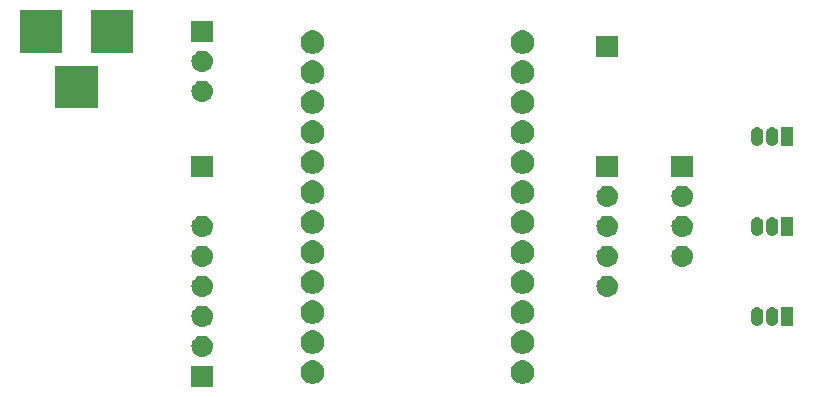
<source format=gbr>
G04 #@! TF.GenerationSoftware,KiCad,Pcbnew,(5.0.2)-1*
G04 #@! TF.CreationDate,2019-04-30T00:39:38-04:00*
G04 #@! TF.ProjectId,clock,636c6f63-6b2e-46b6-9963-61645f706362,rev?*
G04 #@! TF.SameCoordinates,Original*
G04 #@! TF.FileFunction,Soldermask,Bot*
G04 #@! TF.FilePolarity,Negative*
%FSLAX46Y46*%
G04 Gerber Fmt 4.6, Leading zero omitted, Abs format (unit mm)*
G04 Created by KiCad (PCBNEW (5.0.2)-1) date 4/30/2019 12:39:38 AM*
%MOMM*%
%LPD*%
G01*
G04 APERTURE LIST*
%ADD10C,0.100000*%
G04 APERTURE END LIST*
D10*
G36*
X116471000Y-101231000D02*
X114669000Y-101231000D01*
X114669000Y-99429000D01*
X116471000Y-99429000D01*
X116471000Y-101231000D01*
X116471000Y-101231000D01*
G37*
G36*
X143001983Y-99010470D02*
X143184152Y-99085927D01*
X143348105Y-99195477D01*
X143487527Y-99334899D01*
X143597077Y-99498852D01*
X143672534Y-99681021D01*
X143711002Y-99874412D01*
X143711002Y-100071592D01*
X143672534Y-100264983D01*
X143597077Y-100447152D01*
X143487527Y-100611105D01*
X143348105Y-100750527D01*
X143184152Y-100860077D01*
X143001983Y-100935534D01*
X142808592Y-100974002D01*
X142611412Y-100974002D01*
X142418021Y-100935534D01*
X142235852Y-100860077D01*
X142071899Y-100750527D01*
X141932477Y-100611105D01*
X141822927Y-100447152D01*
X141747470Y-100264983D01*
X141709002Y-100071592D01*
X141709002Y-99874412D01*
X141747470Y-99681021D01*
X141822927Y-99498852D01*
X141932477Y-99334899D01*
X142071899Y-99195477D01*
X142235852Y-99085927D01*
X142418021Y-99010470D01*
X142611412Y-98972002D01*
X142808592Y-98972002D01*
X143001983Y-99010470D01*
X143001983Y-99010470D01*
G37*
G36*
X125221983Y-99010470D02*
X125404152Y-99085927D01*
X125568105Y-99195477D01*
X125707527Y-99334899D01*
X125817077Y-99498852D01*
X125892534Y-99681021D01*
X125931002Y-99874412D01*
X125931002Y-100071592D01*
X125892534Y-100264983D01*
X125817077Y-100447152D01*
X125707527Y-100611105D01*
X125568105Y-100750527D01*
X125404152Y-100860077D01*
X125221983Y-100935534D01*
X125028592Y-100974002D01*
X124831412Y-100974002D01*
X124638021Y-100935534D01*
X124455852Y-100860077D01*
X124291899Y-100750527D01*
X124152477Y-100611105D01*
X124042927Y-100447152D01*
X123967470Y-100264983D01*
X123929002Y-100071592D01*
X123929002Y-99874412D01*
X123967470Y-99681021D01*
X124042927Y-99498852D01*
X124152477Y-99334899D01*
X124291899Y-99195477D01*
X124455852Y-99085927D01*
X124638021Y-99010470D01*
X124831412Y-98972002D01*
X125028592Y-98972002D01*
X125221983Y-99010470D01*
X125221983Y-99010470D01*
G37*
G36*
X115680442Y-96895518D02*
X115746627Y-96902037D01*
X115859853Y-96936384D01*
X115916467Y-96953557D01*
X116055087Y-97027652D01*
X116072991Y-97037222D01*
X116108729Y-97066552D01*
X116210186Y-97149814D01*
X116293448Y-97251271D01*
X116322778Y-97287009D01*
X116322779Y-97287011D01*
X116406443Y-97443533D01*
X116406443Y-97443534D01*
X116457963Y-97613373D01*
X116475359Y-97790000D01*
X116457963Y-97966627D01*
X116426271Y-98071102D01*
X116406443Y-98136467D01*
X116366855Y-98210529D01*
X116322778Y-98292991D01*
X116300550Y-98320076D01*
X116210186Y-98430186D01*
X116108729Y-98513448D01*
X116072991Y-98542778D01*
X116072989Y-98542779D01*
X115916467Y-98626443D01*
X115859853Y-98643616D01*
X115746627Y-98677963D01*
X115680442Y-98684482D01*
X115614260Y-98691000D01*
X115525740Y-98691000D01*
X115459558Y-98684482D01*
X115393373Y-98677963D01*
X115280147Y-98643616D01*
X115223533Y-98626443D01*
X115067011Y-98542779D01*
X115067009Y-98542778D01*
X115031271Y-98513448D01*
X114929814Y-98430186D01*
X114839450Y-98320076D01*
X114817222Y-98292991D01*
X114773145Y-98210529D01*
X114733557Y-98136467D01*
X114713729Y-98071102D01*
X114682037Y-97966627D01*
X114664641Y-97790000D01*
X114682037Y-97613373D01*
X114733557Y-97443534D01*
X114733557Y-97443533D01*
X114817221Y-97287011D01*
X114817222Y-97287009D01*
X114846552Y-97251271D01*
X114929814Y-97149814D01*
X115031271Y-97066552D01*
X115067009Y-97037222D01*
X115084913Y-97027652D01*
X115223533Y-96953557D01*
X115280147Y-96936384D01*
X115393373Y-96902037D01*
X115459558Y-96895518D01*
X115525740Y-96889000D01*
X115614260Y-96889000D01*
X115680442Y-96895518D01*
X115680442Y-96895518D01*
G37*
G36*
X125221983Y-96470470D02*
X125404152Y-96545927D01*
X125568105Y-96655477D01*
X125707527Y-96794899D01*
X125817077Y-96958852D01*
X125892534Y-97141021D01*
X125931002Y-97334412D01*
X125931002Y-97531592D01*
X125892534Y-97724983D01*
X125817077Y-97907152D01*
X125707527Y-98071105D01*
X125568105Y-98210527D01*
X125404152Y-98320077D01*
X125221983Y-98395534D01*
X125028592Y-98434002D01*
X124831412Y-98434002D01*
X124638021Y-98395534D01*
X124455852Y-98320077D01*
X124291899Y-98210527D01*
X124152477Y-98071105D01*
X124042927Y-97907152D01*
X123967470Y-97724983D01*
X123929002Y-97531592D01*
X123929002Y-97334412D01*
X123967470Y-97141021D01*
X124042927Y-96958852D01*
X124152477Y-96794899D01*
X124291899Y-96655477D01*
X124455852Y-96545927D01*
X124638021Y-96470470D01*
X124831412Y-96432002D01*
X125028592Y-96432002D01*
X125221983Y-96470470D01*
X125221983Y-96470470D01*
G37*
G36*
X143001983Y-96470470D02*
X143184152Y-96545927D01*
X143348105Y-96655477D01*
X143487527Y-96794899D01*
X143597077Y-96958852D01*
X143672534Y-97141021D01*
X143711002Y-97334412D01*
X143711002Y-97531592D01*
X143672534Y-97724983D01*
X143597077Y-97907152D01*
X143487527Y-98071105D01*
X143348105Y-98210527D01*
X143184152Y-98320077D01*
X143001983Y-98395534D01*
X142808592Y-98434002D01*
X142611412Y-98434002D01*
X142418021Y-98395534D01*
X142235852Y-98320077D01*
X142071899Y-98210527D01*
X141932477Y-98071105D01*
X141822927Y-97907152D01*
X141747470Y-97724983D01*
X141709002Y-97531592D01*
X141709002Y-97334412D01*
X141747470Y-97141021D01*
X141822927Y-96958852D01*
X141932477Y-96794899D01*
X142071899Y-96655477D01*
X142235852Y-96545927D01*
X142418021Y-96470470D01*
X142611412Y-96432002D01*
X142808592Y-96432002D01*
X143001983Y-96470470D01*
X143001983Y-96470470D01*
G37*
G36*
X115680442Y-94355518D02*
X115746627Y-94362037D01*
X115859853Y-94396384D01*
X115916467Y-94413557D01*
X116049933Y-94484897D01*
X116072991Y-94497222D01*
X116108729Y-94526552D01*
X116210186Y-94609814D01*
X116293448Y-94711271D01*
X116322778Y-94747009D01*
X116322779Y-94747011D01*
X116406443Y-94903533D01*
X116413076Y-94925399D01*
X116457963Y-95073373D01*
X116475359Y-95250000D01*
X116457963Y-95426627D01*
X116426271Y-95531102D01*
X116406443Y-95596467D01*
X116366855Y-95670529D01*
X116322778Y-95752991D01*
X116300550Y-95780076D01*
X116210186Y-95890186D01*
X116114661Y-95968580D01*
X116072991Y-96002778D01*
X116072989Y-96002779D01*
X115916467Y-96086443D01*
X115859853Y-96103616D01*
X115746627Y-96137963D01*
X115680443Y-96144481D01*
X115614260Y-96151000D01*
X115525740Y-96151000D01*
X115459558Y-96144482D01*
X115393373Y-96137963D01*
X115280147Y-96103616D01*
X115223533Y-96086443D01*
X115067011Y-96002779D01*
X115067009Y-96002778D01*
X115025339Y-95968580D01*
X114929814Y-95890186D01*
X114839450Y-95780076D01*
X114817222Y-95752991D01*
X114773145Y-95670529D01*
X114733557Y-95596467D01*
X114713729Y-95531102D01*
X114682037Y-95426627D01*
X114664641Y-95250000D01*
X114682037Y-95073373D01*
X114726924Y-94925399D01*
X114733557Y-94903533D01*
X114817221Y-94747011D01*
X114817222Y-94747009D01*
X114846552Y-94711271D01*
X114929814Y-94609814D01*
X115031271Y-94526552D01*
X115067009Y-94497222D01*
X115090067Y-94484897D01*
X115223533Y-94413557D01*
X115280147Y-94396384D01*
X115393373Y-94362037D01*
X115459558Y-94355518D01*
X115525740Y-94349000D01*
X115614260Y-94349000D01*
X115680442Y-94355518D01*
X115680442Y-94355518D01*
G37*
G36*
X163928212Y-94456249D02*
X164022651Y-94484897D01*
X164109687Y-94531418D01*
X164185975Y-94594025D01*
X164248582Y-94670313D01*
X164295103Y-94757348D01*
X164323751Y-94851787D01*
X164331000Y-94925388D01*
X164331000Y-95574612D01*
X164323751Y-95648213D01*
X164295103Y-95742652D01*
X164248582Y-95829687D01*
X164185975Y-95905975D01*
X164109687Y-95968582D01*
X164022652Y-96015103D01*
X163928213Y-96043751D01*
X163830000Y-96053424D01*
X163731788Y-96043751D01*
X163637349Y-96015103D01*
X163550314Y-95968582D01*
X163474026Y-95905975D01*
X163411419Y-95829687D01*
X163370423Y-95752989D01*
X163364898Y-95742653D01*
X163343019Y-95670527D01*
X163336250Y-95648213D01*
X163329001Y-95574612D01*
X163329000Y-95574602D01*
X163329000Y-94925389D01*
X163336249Y-94851788D01*
X163364897Y-94757349D01*
X163411418Y-94670313D01*
X163474025Y-94594025D01*
X163550313Y-94531418D01*
X163637348Y-94484897D01*
X163731787Y-94456249D01*
X163830000Y-94446576D01*
X163928212Y-94456249D01*
X163928212Y-94456249D01*
G37*
G36*
X162658212Y-94456249D02*
X162752651Y-94484897D01*
X162839687Y-94531418D01*
X162915975Y-94594025D01*
X162978582Y-94670313D01*
X163025103Y-94757348D01*
X163053751Y-94851787D01*
X163061000Y-94925388D01*
X163061000Y-95574612D01*
X163053751Y-95648213D01*
X163025103Y-95742652D01*
X162978582Y-95829687D01*
X162915975Y-95905975D01*
X162839687Y-95968582D01*
X162752652Y-96015103D01*
X162658213Y-96043751D01*
X162560000Y-96053424D01*
X162461788Y-96043751D01*
X162367349Y-96015103D01*
X162280314Y-95968582D01*
X162204026Y-95905975D01*
X162141419Y-95829687D01*
X162100423Y-95752989D01*
X162094898Y-95742653D01*
X162073019Y-95670527D01*
X162066250Y-95648213D01*
X162059001Y-95574612D01*
X162059000Y-95574602D01*
X162059000Y-94925389D01*
X162066249Y-94851788D01*
X162094897Y-94757349D01*
X162141418Y-94670313D01*
X162204025Y-94594025D01*
X162280313Y-94531418D01*
X162367348Y-94484897D01*
X162461787Y-94456249D01*
X162560000Y-94446576D01*
X162658212Y-94456249D01*
X162658212Y-94456249D01*
G37*
G36*
X165601000Y-96051000D02*
X164599000Y-96051000D01*
X164599000Y-94449000D01*
X165601000Y-94449000D01*
X165601000Y-96051000D01*
X165601000Y-96051000D01*
G37*
G36*
X125221983Y-93930470D02*
X125404152Y-94005927D01*
X125568105Y-94115477D01*
X125707527Y-94254899D01*
X125817077Y-94418852D01*
X125892534Y-94601021D01*
X125931002Y-94794412D01*
X125931002Y-94991592D01*
X125892534Y-95184983D01*
X125817077Y-95367152D01*
X125707527Y-95531105D01*
X125568105Y-95670527D01*
X125404152Y-95780077D01*
X125221983Y-95855534D01*
X125028592Y-95894002D01*
X124831412Y-95894002D01*
X124638021Y-95855534D01*
X124455852Y-95780077D01*
X124291899Y-95670527D01*
X124152477Y-95531105D01*
X124042927Y-95367152D01*
X123967470Y-95184983D01*
X123929002Y-94991592D01*
X123929002Y-94794412D01*
X123967470Y-94601021D01*
X124042927Y-94418852D01*
X124152477Y-94254899D01*
X124291899Y-94115477D01*
X124455852Y-94005927D01*
X124638021Y-93930470D01*
X124831412Y-93892002D01*
X125028592Y-93892002D01*
X125221983Y-93930470D01*
X125221983Y-93930470D01*
G37*
G36*
X143001983Y-93930470D02*
X143184152Y-94005927D01*
X143348105Y-94115477D01*
X143487527Y-94254899D01*
X143597077Y-94418852D01*
X143672534Y-94601021D01*
X143711002Y-94794412D01*
X143711002Y-94991592D01*
X143672534Y-95184983D01*
X143597077Y-95367152D01*
X143487527Y-95531105D01*
X143348105Y-95670527D01*
X143184152Y-95780077D01*
X143001983Y-95855534D01*
X142808592Y-95894002D01*
X142611412Y-95894002D01*
X142418021Y-95855534D01*
X142235852Y-95780077D01*
X142071899Y-95670527D01*
X141932477Y-95531105D01*
X141822927Y-95367152D01*
X141747470Y-95184983D01*
X141709002Y-94991592D01*
X141709002Y-94794412D01*
X141747470Y-94601021D01*
X141822927Y-94418852D01*
X141932477Y-94254899D01*
X142071899Y-94115477D01*
X142235852Y-94005927D01*
X142418021Y-93930470D01*
X142611412Y-93892002D01*
X142808592Y-93892002D01*
X143001983Y-93930470D01*
X143001983Y-93930470D01*
G37*
G36*
X149970442Y-91815518D02*
X150036627Y-91822037D01*
X150149853Y-91856384D01*
X150206467Y-91873557D01*
X150345087Y-91947652D01*
X150362991Y-91957222D01*
X150398729Y-91986552D01*
X150500186Y-92069814D01*
X150583448Y-92171271D01*
X150612778Y-92207009D01*
X150612779Y-92207011D01*
X150696443Y-92363533D01*
X150696443Y-92363534D01*
X150747963Y-92533373D01*
X150765359Y-92710000D01*
X150747963Y-92886627D01*
X150716271Y-92991102D01*
X150696443Y-93056467D01*
X150656855Y-93130529D01*
X150612778Y-93212991D01*
X150590550Y-93240076D01*
X150500186Y-93350186D01*
X150398729Y-93433448D01*
X150362991Y-93462778D01*
X150362989Y-93462779D01*
X150206467Y-93546443D01*
X150149853Y-93563616D01*
X150036627Y-93597963D01*
X149970442Y-93604482D01*
X149904260Y-93611000D01*
X149815740Y-93611000D01*
X149749557Y-93604481D01*
X149683373Y-93597963D01*
X149570147Y-93563616D01*
X149513533Y-93546443D01*
X149357011Y-93462779D01*
X149357009Y-93462778D01*
X149321271Y-93433448D01*
X149219814Y-93350186D01*
X149129450Y-93240076D01*
X149107222Y-93212991D01*
X149063145Y-93130529D01*
X149023557Y-93056467D01*
X149003729Y-92991102D01*
X148972037Y-92886627D01*
X148954641Y-92710000D01*
X148972037Y-92533373D01*
X149023557Y-92363534D01*
X149023557Y-92363533D01*
X149107221Y-92207011D01*
X149107222Y-92207009D01*
X149136552Y-92171271D01*
X149219814Y-92069814D01*
X149321271Y-91986552D01*
X149357009Y-91957222D01*
X149374913Y-91947652D01*
X149513533Y-91873557D01*
X149570147Y-91856384D01*
X149683373Y-91822037D01*
X149749558Y-91815518D01*
X149815740Y-91809000D01*
X149904260Y-91809000D01*
X149970442Y-91815518D01*
X149970442Y-91815518D01*
G37*
G36*
X115680442Y-91815518D02*
X115746627Y-91822037D01*
X115859853Y-91856384D01*
X115916467Y-91873557D01*
X116055087Y-91947652D01*
X116072991Y-91957222D01*
X116108729Y-91986552D01*
X116210186Y-92069814D01*
X116293448Y-92171271D01*
X116322778Y-92207009D01*
X116322779Y-92207011D01*
X116406443Y-92363533D01*
X116406443Y-92363534D01*
X116457963Y-92533373D01*
X116475359Y-92710000D01*
X116457963Y-92886627D01*
X116426271Y-92991102D01*
X116406443Y-93056467D01*
X116366855Y-93130529D01*
X116322778Y-93212991D01*
X116300550Y-93240076D01*
X116210186Y-93350186D01*
X116108729Y-93433448D01*
X116072991Y-93462778D01*
X116072989Y-93462779D01*
X115916467Y-93546443D01*
X115859853Y-93563616D01*
X115746627Y-93597963D01*
X115680443Y-93604481D01*
X115614260Y-93611000D01*
X115525740Y-93611000D01*
X115459557Y-93604481D01*
X115393373Y-93597963D01*
X115280147Y-93563616D01*
X115223533Y-93546443D01*
X115067011Y-93462779D01*
X115067009Y-93462778D01*
X115031271Y-93433448D01*
X114929814Y-93350186D01*
X114839450Y-93240076D01*
X114817222Y-93212991D01*
X114773145Y-93130529D01*
X114733557Y-93056467D01*
X114713729Y-92991102D01*
X114682037Y-92886627D01*
X114664641Y-92710000D01*
X114682037Y-92533373D01*
X114733557Y-92363534D01*
X114733557Y-92363533D01*
X114817221Y-92207011D01*
X114817222Y-92207009D01*
X114846552Y-92171271D01*
X114929814Y-92069814D01*
X115031271Y-91986552D01*
X115067009Y-91957222D01*
X115084913Y-91947652D01*
X115223533Y-91873557D01*
X115280147Y-91856384D01*
X115393373Y-91822037D01*
X115459558Y-91815518D01*
X115525740Y-91809000D01*
X115614260Y-91809000D01*
X115680442Y-91815518D01*
X115680442Y-91815518D01*
G37*
G36*
X125221983Y-91390470D02*
X125404152Y-91465927D01*
X125568105Y-91575477D01*
X125707527Y-91714899D01*
X125817077Y-91878852D01*
X125892534Y-92061021D01*
X125931002Y-92254412D01*
X125931002Y-92451592D01*
X125892534Y-92644983D01*
X125817077Y-92827152D01*
X125707527Y-92991105D01*
X125568105Y-93130527D01*
X125404152Y-93240077D01*
X125221983Y-93315534D01*
X125028592Y-93354002D01*
X124831412Y-93354002D01*
X124638021Y-93315534D01*
X124455852Y-93240077D01*
X124291899Y-93130527D01*
X124152477Y-92991105D01*
X124042927Y-92827152D01*
X123967470Y-92644983D01*
X123929002Y-92451592D01*
X123929002Y-92254412D01*
X123967470Y-92061021D01*
X124042927Y-91878852D01*
X124152477Y-91714899D01*
X124291899Y-91575477D01*
X124455852Y-91465927D01*
X124638021Y-91390470D01*
X124831412Y-91352002D01*
X125028592Y-91352002D01*
X125221983Y-91390470D01*
X125221983Y-91390470D01*
G37*
G36*
X143001983Y-91390470D02*
X143184152Y-91465927D01*
X143348105Y-91575477D01*
X143487527Y-91714899D01*
X143597077Y-91878852D01*
X143672534Y-92061021D01*
X143711002Y-92254412D01*
X143711002Y-92451592D01*
X143672534Y-92644983D01*
X143597077Y-92827152D01*
X143487527Y-92991105D01*
X143348105Y-93130527D01*
X143184152Y-93240077D01*
X143001983Y-93315534D01*
X142808592Y-93354002D01*
X142611412Y-93354002D01*
X142418021Y-93315534D01*
X142235852Y-93240077D01*
X142071899Y-93130527D01*
X141932477Y-92991105D01*
X141822927Y-92827152D01*
X141747470Y-92644983D01*
X141709002Y-92451592D01*
X141709002Y-92254412D01*
X141747470Y-92061021D01*
X141822927Y-91878852D01*
X141932477Y-91714899D01*
X142071899Y-91575477D01*
X142235852Y-91465927D01*
X142418021Y-91390470D01*
X142611412Y-91352002D01*
X142808592Y-91352002D01*
X143001983Y-91390470D01*
X143001983Y-91390470D01*
G37*
G36*
X149970443Y-89275519D02*
X150036627Y-89282037D01*
X150149853Y-89316384D01*
X150206467Y-89333557D01*
X150345087Y-89407652D01*
X150362991Y-89417222D01*
X150398729Y-89446552D01*
X150500186Y-89529814D01*
X150583448Y-89631271D01*
X150612778Y-89667009D01*
X150612779Y-89667011D01*
X150696443Y-89823533D01*
X150696443Y-89823534D01*
X150747963Y-89993373D01*
X150765359Y-90170000D01*
X150747963Y-90346627D01*
X150716271Y-90451102D01*
X150696443Y-90516467D01*
X150656855Y-90590529D01*
X150612778Y-90672991D01*
X150590550Y-90700076D01*
X150500186Y-90810186D01*
X150398729Y-90893448D01*
X150362991Y-90922778D01*
X150362989Y-90922779D01*
X150206467Y-91006443D01*
X150149853Y-91023616D01*
X150036627Y-91057963D01*
X149970442Y-91064482D01*
X149904260Y-91071000D01*
X149815740Y-91071000D01*
X149749558Y-91064482D01*
X149683373Y-91057963D01*
X149570147Y-91023616D01*
X149513533Y-91006443D01*
X149357011Y-90922779D01*
X149357009Y-90922778D01*
X149321271Y-90893448D01*
X149219814Y-90810186D01*
X149129450Y-90700076D01*
X149107222Y-90672991D01*
X149063145Y-90590529D01*
X149023557Y-90516467D01*
X149003729Y-90451102D01*
X148972037Y-90346627D01*
X148954641Y-90170000D01*
X148972037Y-89993373D01*
X149023557Y-89823534D01*
X149023557Y-89823533D01*
X149107221Y-89667011D01*
X149107222Y-89667009D01*
X149136552Y-89631271D01*
X149219814Y-89529814D01*
X149321271Y-89446552D01*
X149357009Y-89417222D01*
X149374913Y-89407652D01*
X149513533Y-89333557D01*
X149570147Y-89316384D01*
X149683373Y-89282037D01*
X149749557Y-89275519D01*
X149815740Y-89269000D01*
X149904260Y-89269000D01*
X149970443Y-89275519D01*
X149970443Y-89275519D01*
G37*
G36*
X115680443Y-89275519D02*
X115746627Y-89282037D01*
X115859853Y-89316384D01*
X115916467Y-89333557D01*
X116055087Y-89407652D01*
X116072991Y-89417222D01*
X116108729Y-89446552D01*
X116210186Y-89529814D01*
X116293448Y-89631271D01*
X116322778Y-89667009D01*
X116322779Y-89667011D01*
X116406443Y-89823533D01*
X116406443Y-89823534D01*
X116457963Y-89993373D01*
X116475359Y-90170000D01*
X116457963Y-90346627D01*
X116426271Y-90451102D01*
X116406443Y-90516467D01*
X116366855Y-90590529D01*
X116322778Y-90672991D01*
X116300550Y-90700076D01*
X116210186Y-90810186D01*
X116108729Y-90893448D01*
X116072991Y-90922778D01*
X116072989Y-90922779D01*
X115916467Y-91006443D01*
X115859853Y-91023616D01*
X115746627Y-91057963D01*
X115680442Y-91064482D01*
X115614260Y-91071000D01*
X115525740Y-91071000D01*
X115459558Y-91064482D01*
X115393373Y-91057963D01*
X115280147Y-91023616D01*
X115223533Y-91006443D01*
X115067011Y-90922779D01*
X115067009Y-90922778D01*
X115031271Y-90893448D01*
X114929814Y-90810186D01*
X114839450Y-90700076D01*
X114817222Y-90672991D01*
X114773145Y-90590529D01*
X114733557Y-90516467D01*
X114713729Y-90451102D01*
X114682037Y-90346627D01*
X114664641Y-90170000D01*
X114682037Y-89993373D01*
X114733557Y-89823534D01*
X114733557Y-89823533D01*
X114817221Y-89667011D01*
X114817222Y-89667009D01*
X114846552Y-89631271D01*
X114929814Y-89529814D01*
X115031271Y-89446552D01*
X115067009Y-89417222D01*
X115084913Y-89407652D01*
X115223533Y-89333557D01*
X115280147Y-89316384D01*
X115393373Y-89282037D01*
X115459557Y-89275519D01*
X115525740Y-89269000D01*
X115614260Y-89269000D01*
X115680443Y-89275519D01*
X115680443Y-89275519D01*
G37*
G36*
X156320443Y-89275519D02*
X156386627Y-89282037D01*
X156499853Y-89316384D01*
X156556467Y-89333557D01*
X156695087Y-89407652D01*
X156712991Y-89417222D01*
X156748729Y-89446552D01*
X156850186Y-89529814D01*
X156933448Y-89631271D01*
X156962778Y-89667009D01*
X156962779Y-89667011D01*
X157046443Y-89823533D01*
X157046443Y-89823534D01*
X157097963Y-89993373D01*
X157115359Y-90170000D01*
X157097963Y-90346627D01*
X157066271Y-90451102D01*
X157046443Y-90516467D01*
X157006855Y-90590529D01*
X156962778Y-90672991D01*
X156940550Y-90700076D01*
X156850186Y-90810186D01*
X156748729Y-90893448D01*
X156712991Y-90922778D01*
X156712989Y-90922779D01*
X156556467Y-91006443D01*
X156499853Y-91023616D01*
X156386627Y-91057963D01*
X156320442Y-91064482D01*
X156254260Y-91071000D01*
X156165740Y-91071000D01*
X156099558Y-91064482D01*
X156033373Y-91057963D01*
X155920147Y-91023616D01*
X155863533Y-91006443D01*
X155707011Y-90922779D01*
X155707009Y-90922778D01*
X155671271Y-90893448D01*
X155569814Y-90810186D01*
X155479450Y-90700076D01*
X155457222Y-90672991D01*
X155413145Y-90590529D01*
X155373557Y-90516467D01*
X155353729Y-90451102D01*
X155322037Y-90346627D01*
X155304641Y-90170000D01*
X155322037Y-89993373D01*
X155373557Y-89823534D01*
X155373557Y-89823533D01*
X155457221Y-89667011D01*
X155457222Y-89667009D01*
X155486552Y-89631271D01*
X155569814Y-89529814D01*
X155671271Y-89446552D01*
X155707009Y-89417222D01*
X155724913Y-89407652D01*
X155863533Y-89333557D01*
X155920147Y-89316384D01*
X156033373Y-89282037D01*
X156099557Y-89275519D01*
X156165740Y-89269000D01*
X156254260Y-89269000D01*
X156320443Y-89275519D01*
X156320443Y-89275519D01*
G37*
G36*
X125221983Y-88850470D02*
X125404152Y-88925927D01*
X125568105Y-89035477D01*
X125707527Y-89174899D01*
X125817077Y-89338852D01*
X125892534Y-89521021D01*
X125931002Y-89714412D01*
X125931002Y-89911592D01*
X125892534Y-90104983D01*
X125817077Y-90287152D01*
X125707527Y-90451105D01*
X125568105Y-90590527D01*
X125404152Y-90700077D01*
X125221983Y-90775534D01*
X125028592Y-90814002D01*
X124831412Y-90814002D01*
X124638021Y-90775534D01*
X124455852Y-90700077D01*
X124291899Y-90590527D01*
X124152477Y-90451105D01*
X124042927Y-90287152D01*
X123967470Y-90104983D01*
X123929002Y-89911592D01*
X123929002Y-89714412D01*
X123967470Y-89521021D01*
X124042927Y-89338852D01*
X124152477Y-89174899D01*
X124291899Y-89035477D01*
X124455852Y-88925927D01*
X124638021Y-88850470D01*
X124831412Y-88812002D01*
X125028592Y-88812002D01*
X125221983Y-88850470D01*
X125221983Y-88850470D01*
G37*
G36*
X143001983Y-88850470D02*
X143184152Y-88925927D01*
X143348105Y-89035477D01*
X143487527Y-89174899D01*
X143597077Y-89338852D01*
X143672534Y-89521021D01*
X143711002Y-89714412D01*
X143711002Y-89911592D01*
X143672534Y-90104983D01*
X143597077Y-90287152D01*
X143487527Y-90451105D01*
X143348105Y-90590527D01*
X143184152Y-90700077D01*
X143001983Y-90775534D01*
X142808592Y-90814002D01*
X142611412Y-90814002D01*
X142418021Y-90775534D01*
X142235852Y-90700077D01*
X142071899Y-90590527D01*
X141932477Y-90451105D01*
X141822927Y-90287152D01*
X141747470Y-90104983D01*
X141709002Y-89911592D01*
X141709002Y-89714412D01*
X141747470Y-89521021D01*
X141822927Y-89338852D01*
X141932477Y-89174899D01*
X142071899Y-89035477D01*
X142235852Y-88925927D01*
X142418021Y-88850470D01*
X142611412Y-88812002D01*
X142808592Y-88812002D01*
X143001983Y-88850470D01*
X143001983Y-88850470D01*
G37*
G36*
X156320442Y-86735518D02*
X156386627Y-86742037D01*
X156499853Y-86776384D01*
X156556467Y-86793557D01*
X156689933Y-86864897D01*
X156712991Y-86877222D01*
X156748729Y-86906552D01*
X156850186Y-86989814D01*
X156933448Y-87091271D01*
X156962778Y-87127009D01*
X156962779Y-87127011D01*
X157046443Y-87283533D01*
X157053076Y-87305399D01*
X157097963Y-87453373D01*
X157115359Y-87630000D01*
X157097963Y-87806627D01*
X157066271Y-87911102D01*
X157046443Y-87976467D01*
X157006855Y-88050529D01*
X156962778Y-88132991D01*
X156940550Y-88160076D01*
X156850186Y-88270186D01*
X156754661Y-88348580D01*
X156712991Y-88382778D01*
X156712989Y-88382779D01*
X156556467Y-88466443D01*
X156499853Y-88483616D01*
X156386627Y-88517963D01*
X156320442Y-88524482D01*
X156254260Y-88531000D01*
X156165740Y-88531000D01*
X156099558Y-88524482D01*
X156033373Y-88517963D01*
X155920147Y-88483616D01*
X155863533Y-88466443D01*
X155707011Y-88382779D01*
X155707009Y-88382778D01*
X155665339Y-88348580D01*
X155569814Y-88270186D01*
X155479450Y-88160076D01*
X155457222Y-88132991D01*
X155413145Y-88050529D01*
X155373557Y-87976467D01*
X155353729Y-87911102D01*
X155322037Y-87806627D01*
X155304641Y-87630000D01*
X155322037Y-87453373D01*
X155366924Y-87305399D01*
X155373557Y-87283533D01*
X155457221Y-87127011D01*
X155457222Y-87127009D01*
X155486552Y-87091271D01*
X155569814Y-86989814D01*
X155671271Y-86906552D01*
X155707009Y-86877222D01*
X155730067Y-86864897D01*
X155863533Y-86793557D01*
X155920147Y-86776384D01*
X156033373Y-86742037D01*
X156099558Y-86735518D01*
X156165740Y-86729000D01*
X156254260Y-86729000D01*
X156320442Y-86735518D01*
X156320442Y-86735518D01*
G37*
G36*
X149970442Y-86735518D02*
X150036627Y-86742037D01*
X150149853Y-86776384D01*
X150206467Y-86793557D01*
X150339933Y-86864897D01*
X150362991Y-86877222D01*
X150398729Y-86906552D01*
X150500186Y-86989814D01*
X150583448Y-87091271D01*
X150612778Y-87127009D01*
X150612779Y-87127011D01*
X150696443Y-87283533D01*
X150703076Y-87305399D01*
X150747963Y-87453373D01*
X150765359Y-87630000D01*
X150747963Y-87806627D01*
X150716271Y-87911102D01*
X150696443Y-87976467D01*
X150656855Y-88050529D01*
X150612778Y-88132991D01*
X150590550Y-88160076D01*
X150500186Y-88270186D01*
X150404661Y-88348580D01*
X150362991Y-88382778D01*
X150362989Y-88382779D01*
X150206467Y-88466443D01*
X150149853Y-88483616D01*
X150036627Y-88517963D01*
X149970442Y-88524482D01*
X149904260Y-88531000D01*
X149815740Y-88531000D01*
X149749558Y-88524482D01*
X149683373Y-88517963D01*
X149570147Y-88483616D01*
X149513533Y-88466443D01*
X149357011Y-88382779D01*
X149357009Y-88382778D01*
X149315339Y-88348580D01*
X149219814Y-88270186D01*
X149129450Y-88160076D01*
X149107222Y-88132991D01*
X149063145Y-88050529D01*
X149023557Y-87976467D01*
X149003729Y-87911102D01*
X148972037Y-87806627D01*
X148954641Y-87630000D01*
X148972037Y-87453373D01*
X149016924Y-87305399D01*
X149023557Y-87283533D01*
X149107221Y-87127011D01*
X149107222Y-87127009D01*
X149136552Y-87091271D01*
X149219814Y-86989814D01*
X149321271Y-86906552D01*
X149357009Y-86877222D01*
X149380067Y-86864897D01*
X149513533Y-86793557D01*
X149570147Y-86776384D01*
X149683373Y-86742037D01*
X149749558Y-86735518D01*
X149815740Y-86729000D01*
X149904260Y-86729000D01*
X149970442Y-86735518D01*
X149970442Y-86735518D01*
G37*
G36*
X115680442Y-86735518D02*
X115746627Y-86742037D01*
X115859853Y-86776384D01*
X115916467Y-86793557D01*
X116049933Y-86864897D01*
X116072991Y-86877222D01*
X116108729Y-86906552D01*
X116210186Y-86989814D01*
X116293448Y-87091271D01*
X116322778Y-87127009D01*
X116322779Y-87127011D01*
X116406443Y-87283533D01*
X116413076Y-87305399D01*
X116457963Y-87453373D01*
X116475359Y-87630000D01*
X116457963Y-87806627D01*
X116426271Y-87911102D01*
X116406443Y-87976467D01*
X116366855Y-88050529D01*
X116322778Y-88132991D01*
X116300550Y-88160076D01*
X116210186Y-88270186D01*
X116114661Y-88348580D01*
X116072991Y-88382778D01*
X116072989Y-88382779D01*
X115916467Y-88466443D01*
X115859853Y-88483616D01*
X115746627Y-88517963D01*
X115680442Y-88524482D01*
X115614260Y-88531000D01*
X115525740Y-88531000D01*
X115459558Y-88524482D01*
X115393373Y-88517963D01*
X115280147Y-88483616D01*
X115223533Y-88466443D01*
X115067011Y-88382779D01*
X115067009Y-88382778D01*
X115025339Y-88348580D01*
X114929814Y-88270186D01*
X114839450Y-88160076D01*
X114817222Y-88132991D01*
X114773145Y-88050529D01*
X114733557Y-87976467D01*
X114713729Y-87911102D01*
X114682037Y-87806627D01*
X114664641Y-87630000D01*
X114682037Y-87453373D01*
X114726924Y-87305399D01*
X114733557Y-87283533D01*
X114817221Y-87127011D01*
X114817222Y-87127009D01*
X114846552Y-87091271D01*
X114929814Y-86989814D01*
X115031271Y-86906552D01*
X115067009Y-86877222D01*
X115090067Y-86864897D01*
X115223533Y-86793557D01*
X115280147Y-86776384D01*
X115393373Y-86742037D01*
X115459558Y-86735518D01*
X115525740Y-86729000D01*
X115614260Y-86729000D01*
X115680442Y-86735518D01*
X115680442Y-86735518D01*
G37*
G36*
X163928212Y-86836249D02*
X164022651Y-86864897D01*
X164109687Y-86911418D01*
X164185975Y-86974025D01*
X164248582Y-87050313D01*
X164295103Y-87137348D01*
X164323751Y-87231787D01*
X164331000Y-87305388D01*
X164331000Y-87954612D01*
X164323751Y-88028213D01*
X164295103Y-88122652D01*
X164248582Y-88209687D01*
X164185975Y-88285975D01*
X164109687Y-88348582D01*
X164022652Y-88395103D01*
X163928213Y-88423751D01*
X163830000Y-88433424D01*
X163731788Y-88423751D01*
X163637349Y-88395103D01*
X163550314Y-88348582D01*
X163474026Y-88285975D01*
X163411419Y-88209687D01*
X163370423Y-88132989D01*
X163364898Y-88122653D01*
X163343019Y-88050527D01*
X163336250Y-88028213D01*
X163329001Y-87954612D01*
X163329000Y-87954602D01*
X163329000Y-87305389D01*
X163336249Y-87231788D01*
X163364897Y-87137349D01*
X163411418Y-87050313D01*
X163474025Y-86974025D01*
X163550313Y-86911418D01*
X163637348Y-86864897D01*
X163731787Y-86836249D01*
X163830000Y-86826576D01*
X163928212Y-86836249D01*
X163928212Y-86836249D01*
G37*
G36*
X162658212Y-86836249D02*
X162752651Y-86864897D01*
X162839687Y-86911418D01*
X162915975Y-86974025D01*
X162978582Y-87050313D01*
X163025103Y-87137348D01*
X163053751Y-87231787D01*
X163061000Y-87305388D01*
X163061000Y-87954612D01*
X163053751Y-88028213D01*
X163025103Y-88122652D01*
X162978582Y-88209687D01*
X162915975Y-88285975D01*
X162839687Y-88348582D01*
X162752652Y-88395103D01*
X162658213Y-88423751D01*
X162560000Y-88433424D01*
X162461788Y-88423751D01*
X162367349Y-88395103D01*
X162280314Y-88348582D01*
X162204026Y-88285975D01*
X162141419Y-88209687D01*
X162100423Y-88132989D01*
X162094898Y-88122653D01*
X162073019Y-88050527D01*
X162066250Y-88028213D01*
X162059001Y-87954612D01*
X162059000Y-87954602D01*
X162059000Y-87305389D01*
X162066249Y-87231788D01*
X162094897Y-87137349D01*
X162141418Y-87050313D01*
X162204025Y-86974025D01*
X162280313Y-86911418D01*
X162367348Y-86864897D01*
X162461787Y-86836249D01*
X162560000Y-86826576D01*
X162658212Y-86836249D01*
X162658212Y-86836249D01*
G37*
G36*
X165601000Y-88431000D02*
X164599000Y-88431000D01*
X164599000Y-86829000D01*
X165601000Y-86829000D01*
X165601000Y-88431000D01*
X165601000Y-88431000D01*
G37*
G36*
X125221983Y-86310470D02*
X125404152Y-86385927D01*
X125568105Y-86495477D01*
X125707527Y-86634899D01*
X125817077Y-86798852D01*
X125892534Y-86981021D01*
X125931002Y-87174412D01*
X125931002Y-87371592D01*
X125892534Y-87564983D01*
X125817077Y-87747152D01*
X125707527Y-87911105D01*
X125568105Y-88050527D01*
X125404152Y-88160077D01*
X125221983Y-88235534D01*
X125028592Y-88274002D01*
X124831412Y-88274002D01*
X124638021Y-88235534D01*
X124455852Y-88160077D01*
X124291899Y-88050527D01*
X124152477Y-87911105D01*
X124042927Y-87747152D01*
X123967470Y-87564983D01*
X123929002Y-87371592D01*
X123929002Y-87174412D01*
X123967470Y-86981021D01*
X124042927Y-86798852D01*
X124152477Y-86634899D01*
X124291899Y-86495477D01*
X124455852Y-86385927D01*
X124638021Y-86310470D01*
X124831412Y-86272002D01*
X125028592Y-86272002D01*
X125221983Y-86310470D01*
X125221983Y-86310470D01*
G37*
G36*
X143001983Y-86310470D02*
X143184152Y-86385927D01*
X143348105Y-86495477D01*
X143487527Y-86634899D01*
X143597077Y-86798852D01*
X143672534Y-86981021D01*
X143711002Y-87174412D01*
X143711002Y-87371592D01*
X143672534Y-87564983D01*
X143597077Y-87747152D01*
X143487527Y-87911105D01*
X143348105Y-88050527D01*
X143184152Y-88160077D01*
X143001983Y-88235534D01*
X142808592Y-88274002D01*
X142611412Y-88274002D01*
X142418021Y-88235534D01*
X142235852Y-88160077D01*
X142071899Y-88050527D01*
X141932477Y-87911105D01*
X141822927Y-87747152D01*
X141747470Y-87564983D01*
X141709002Y-87371592D01*
X141709002Y-87174412D01*
X141747470Y-86981021D01*
X141822927Y-86798852D01*
X141932477Y-86634899D01*
X142071899Y-86495477D01*
X142235852Y-86385927D01*
X142418021Y-86310470D01*
X142611412Y-86272002D01*
X142808592Y-86272002D01*
X143001983Y-86310470D01*
X143001983Y-86310470D01*
G37*
G36*
X149970442Y-84195518D02*
X150036627Y-84202037D01*
X150149853Y-84236384D01*
X150206467Y-84253557D01*
X150345087Y-84327652D01*
X150362991Y-84337222D01*
X150398729Y-84366552D01*
X150500186Y-84449814D01*
X150583448Y-84551271D01*
X150612778Y-84587009D01*
X150612779Y-84587011D01*
X150696443Y-84743533D01*
X150696443Y-84743534D01*
X150747963Y-84913373D01*
X150765359Y-85090000D01*
X150747963Y-85266627D01*
X150716271Y-85371102D01*
X150696443Y-85436467D01*
X150656855Y-85510529D01*
X150612778Y-85592991D01*
X150590550Y-85620076D01*
X150500186Y-85730186D01*
X150398729Y-85813448D01*
X150362991Y-85842778D01*
X150362989Y-85842779D01*
X150206467Y-85926443D01*
X150149853Y-85943616D01*
X150036627Y-85977963D01*
X149970442Y-85984482D01*
X149904260Y-85991000D01*
X149815740Y-85991000D01*
X149749558Y-85984482D01*
X149683373Y-85977963D01*
X149570147Y-85943616D01*
X149513533Y-85926443D01*
X149357011Y-85842779D01*
X149357009Y-85842778D01*
X149321271Y-85813448D01*
X149219814Y-85730186D01*
X149129450Y-85620076D01*
X149107222Y-85592991D01*
X149063145Y-85510529D01*
X149023557Y-85436467D01*
X149003729Y-85371102D01*
X148972037Y-85266627D01*
X148954641Y-85090000D01*
X148972037Y-84913373D01*
X149023557Y-84743534D01*
X149023557Y-84743533D01*
X149107221Y-84587011D01*
X149107222Y-84587009D01*
X149136552Y-84551271D01*
X149219814Y-84449814D01*
X149321271Y-84366552D01*
X149357009Y-84337222D01*
X149374913Y-84327652D01*
X149513533Y-84253557D01*
X149570147Y-84236384D01*
X149683373Y-84202037D01*
X149749558Y-84195518D01*
X149815740Y-84189000D01*
X149904260Y-84189000D01*
X149970442Y-84195518D01*
X149970442Y-84195518D01*
G37*
G36*
X156320442Y-84195518D02*
X156386627Y-84202037D01*
X156499853Y-84236384D01*
X156556467Y-84253557D01*
X156695087Y-84327652D01*
X156712991Y-84337222D01*
X156748729Y-84366552D01*
X156850186Y-84449814D01*
X156933448Y-84551271D01*
X156962778Y-84587009D01*
X156962779Y-84587011D01*
X157046443Y-84743533D01*
X157046443Y-84743534D01*
X157097963Y-84913373D01*
X157115359Y-85090000D01*
X157097963Y-85266627D01*
X157066271Y-85371102D01*
X157046443Y-85436467D01*
X157006855Y-85510529D01*
X156962778Y-85592991D01*
X156940550Y-85620076D01*
X156850186Y-85730186D01*
X156748729Y-85813448D01*
X156712991Y-85842778D01*
X156712989Y-85842779D01*
X156556467Y-85926443D01*
X156499853Y-85943616D01*
X156386627Y-85977963D01*
X156320442Y-85984482D01*
X156254260Y-85991000D01*
X156165740Y-85991000D01*
X156099558Y-85984482D01*
X156033373Y-85977963D01*
X155920147Y-85943616D01*
X155863533Y-85926443D01*
X155707011Y-85842779D01*
X155707009Y-85842778D01*
X155671271Y-85813448D01*
X155569814Y-85730186D01*
X155479450Y-85620076D01*
X155457222Y-85592991D01*
X155413145Y-85510529D01*
X155373557Y-85436467D01*
X155353729Y-85371102D01*
X155322037Y-85266627D01*
X155304641Y-85090000D01*
X155322037Y-84913373D01*
X155373557Y-84743534D01*
X155373557Y-84743533D01*
X155457221Y-84587011D01*
X155457222Y-84587009D01*
X155486552Y-84551271D01*
X155569814Y-84449814D01*
X155671271Y-84366552D01*
X155707009Y-84337222D01*
X155724913Y-84327652D01*
X155863533Y-84253557D01*
X155920147Y-84236384D01*
X156033373Y-84202037D01*
X156099558Y-84195518D01*
X156165740Y-84189000D01*
X156254260Y-84189000D01*
X156320442Y-84195518D01*
X156320442Y-84195518D01*
G37*
G36*
X125221983Y-83770470D02*
X125404152Y-83845927D01*
X125568105Y-83955477D01*
X125707527Y-84094899D01*
X125817077Y-84258852D01*
X125892534Y-84441021D01*
X125931002Y-84634412D01*
X125931002Y-84831592D01*
X125892534Y-85024983D01*
X125817077Y-85207152D01*
X125707527Y-85371105D01*
X125568105Y-85510527D01*
X125404152Y-85620077D01*
X125221983Y-85695534D01*
X125028592Y-85734002D01*
X124831412Y-85734002D01*
X124638021Y-85695534D01*
X124455852Y-85620077D01*
X124291899Y-85510527D01*
X124152477Y-85371105D01*
X124042927Y-85207152D01*
X123967470Y-85024983D01*
X123929002Y-84831592D01*
X123929002Y-84634412D01*
X123967470Y-84441021D01*
X124042927Y-84258852D01*
X124152477Y-84094899D01*
X124291899Y-83955477D01*
X124455852Y-83845927D01*
X124638021Y-83770470D01*
X124831412Y-83732002D01*
X125028592Y-83732002D01*
X125221983Y-83770470D01*
X125221983Y-83770470D01*
G37*
G36*
X143001983Y-83770470D02*
X143184152Y-83845927D01*
X143348105Y-83955477D01*
X143487527Y-84094899D01*
X143597077Y-84258852D01*
X143672534Y-84441021D01*
X143711002Y-84634412D01*
X143711002Y-84831592D01*
X143672534Y-85024983D01*
X143597077Y-85207152D01*
X143487527Y-85371105D01*
X143348105Y-85510527D01*
X143184152Y-85620077D01*
X143001983Y-85695534D01*
X142808592Y-85734002D01*
X142611412Y-85734002D01*
X142418021Y-85695534D01*
X142235852Y-85620077D01*
X142071899Y-85510527D01*
X141932477Y-85371105D01*
X141822927Y-85207152D01*
X141747470Y-85024983D01*
X141709002Y-84831592D01*
X141709002Y-84634412D01*
X141747470Y-84441021D01*
X141822927Y-84258852D01*
X141932477Y-84094899D01*
X142071899Y-83955477D01*
X142235852Y-83845927D01*
X142418021Y-83770470D01*
X142611412Y-83732002D01*
X142808592Y-83732002D01*
X143001983Y-83770470D01*
X143001983Y-83770470D01*
G37*
G36*
X150761000Y-83451000D02*
X148959000Y-83451000D01*
X148959000Y-81649000D01*
X150761000Y-81649000D01*
X150761000Y-83451000D01*
X150761000Y-83451000D01*
G37*
G36*
X116471000Y-83451000D02*
X114669000Y-83451000D01*
X114669000Y-81649000D01*
X116471000Y-81649000D01*
X116471000Y-83451000D01*
X116471000Y-83451000D01*
G37*
G36*
X157111000Y-83451000D02*
X155309000Y-83451000D01*
X155309000Y-81649000D01*
X157111000Y-81649000D01*
X157111000Y-83451000D01*
X157111000Y-83451000D01*
G37*
G36*
X125221983Y-81230470D02*
X125404152Y-81305927D01*
X125568105Y-81415477D01*
X125707527Y-81554899D01*
X125817077Y-81718852D01*
X125892534Y-81901021D01*
X125931002Y-82094412D01*
X125931002Y-82291592D01*
X125892534Y-82484983D01*
X125817077Y-82667152D01*
X125707527Y-82831105D01*
X125568105Y-82970527D01*
X125404152Y-83080077D01*
X125221983Y-83155534D01*
X125028592Y-83194002D01*
X124831412Y-83194002D01*
X124638021Y-83155534D01*
X124455852Y-83080077D01*
X124291899Y-82970527D01*
X124152477Y-82831105D01*
X124042927Y-82667152D01*
X123967470Y-82484983D01*
X123929002Y-82291592D01*
X123929002Y-82094412D01*
X123967470Y-81901021D01*
X124042927Y-81718852D01*
X124152477Y-81554899D01*
X124291899Y-81415477D01*
X124455852Y-81305927D01*
X124638021Y-81230470D01*
X124831412Y-81192002D01*
X125028592Y-81192002D01*
X125221983Y-81230470D01*
X125221983Y-81230470D01*
G37*
G36*
X143001983Y-81230470D02*
X143184152Y-81305927D01*
X143348105Y-81415477D01*
X143487527Y-81554899D01*
X143597077Y-81718852D01*
X143672534Y-81901021D01*
X143711002Y-82094412D01*
X143711002Y-82291592D01*
X143672534Y-82484983D01*
X143597077Y-82667152D01*
X143487527Y-82831105D01*
X143348105Y-82970527D01*
X143184152Y-83080077D01*
X143001983Y-83155534D01*
X142808592Y-83194002D01*
X142611412Y-83194002D01*
X142418021Y-83155534D01*
X142235852Y-83080077D01*
X142071899Y-82970527D01*
X141932477Y-82831105D01*
X141822927Y-82667152D01*
X141747470Y-82484983D01*
X141709002Y-82291592D01*
X141709002Y-82094412D01*
X141747470Y-81901021D01*
X141822927Y-81718852D01*
X141932477Y-81554899D01*
X142071899Y-81415477D01*
X142235852Y-81305927D01*
X142418021Y-81230470D01*
X142611412Y-81192002D01*
X142808592Y-81192002D01*
X143001983Y-81230470D01*
X143001983Y-81230470D01*
G37*
G36*
X163928212Y-79216249D02*
X164022651Y-79244897D01*
X164109687Y-79291418D01*
X164185975Y-79354025D01*
X164248582Y-79430313D01*
X164295103Y-79517348D01*
X164323751Y-79611787D01*
X164331000Y-79685388D01*
X164331000Y-80334612D01*
X164323751Y-80408213D01*
X164295103Y-80502652D01*
X164248582Y-80589687D01*
X164185975Y-80665975D01*
X164109687Y-80728582D01*
X164022652Y-80775103D01*
X163928213Y-80803751D01*
X163830000Y-80813424D01*
X163731788Y-80803751D01*
X163637349Y-80775103D01*
X163550314Y-80728582D01*
X163474026Y-80665975D01*
X163411419Y-80589687D01*
X163384901Y-80540076D01*
X163364898Y-80502653D01*
X163343019Y-80430527D01*
X163336250Y-80408213D01*
X163329001Y-80334612D01*
X163329000Y-80334602D01*
X163329000Y-79685389D01*
X163336249Y-79611788D01*
X163364897Y-79517349D01*
X163411418Y-79430313D01*
X163474025Y-79354025D01*
X163550313Y-79291418D01*
X163637348Y-79244897D01*
X163731787Y-79216249D01*
X163830000Y-79206576D01*
X163928212Y-79216249D01*
X163928212Y-79216249D01*
G37*
G36*
X162658212Y-79216249D02*
X162752651Y-79244897D01*
X162839687Y-79291418D01*
X162915975Y-79354025D01*
X162978582Y-79430313D01*
X163025103Y-79517348D01*
X163053751Y-79611787D01*
X163061000Y-79685388D01*
X163061000Y-80334612D01*
X163053751Y-80408213D01*
X163025103Y-80502652D01*
X162978582Y-80589687D01*
X162915975Y-80665975D01*
X162839687Y-80728582D01*
X162752652Y-80775103D01*
X162658213Y-80803751D01*
X162560000Y-80813424D01*
X162461788Y-80803751D01*
X162367349Y-80775103D01*
X162280314Y-80728582D01*
X162204026Y-80665975D01*
X162141419Y-80589687D01*
X162114901Y-80540076D01*
X162094898Y-80502653D01*
X162073019Y-80430527D01*
X162066250Y-80408213D01*
X162059001Y-80334612D01*
X162059000Y-80334602D01*
X162059000Y-79685389D01*
X162066249Y-79611788D01*
X162094897Y-79517349D01*
X162141418Y-79430313D01*
X162204025Y-79354025D01*
X162280313Y-79291418D01*
X162367348Y-79244897D01*
X162461787Y-79216249D01*
X162560000Y-79206576D01*
X162658212Y-79216249D01*
X162658212Y-79216249D01*
G37*
G36*
X165601000Y-80811000D02*
X164599000Y-80811000D01*
X164599000Y-79209000D01*
X165601000Y-79209000D01*
X165601000Y-80811000D01*
X165601000Y-80811000D01*
G37*
G36*
X143001983Y-78690470D02*
X143184152Y-78765927D01*
X143348105Y-78875477D01*
X143487527Y-79014899D01*
X143597077Y-79178852D01*
X143672534Y-79361021D01*
X143711002Y-79554412D01*
X143711002Y-79751592D01*
X143672534Y-79944983D01*
X143597077Y-80127152D01*
X143487527Y-80291105D01*
X143348105Y-80430527D01*
X143184152Y-80540077D01*
X143001983Y-80615534D01*
X142808592Y-80654002D01*
X142611412Y-80654002D01*
X142418021Y-80615534D01*
X142235852Y-80540077D01*
X142071899Y-80430527D01*
X141932477Y-80291105D01*
X141822927Y-80127152D01*
X141747470Y-79944983D01*
X141709002Y-79751592D01*
X141709002Y-79554412D01*
X141747470Y-79361021D01*
X141822927Y-79178852D01*
X141932477Y-79014899D01*
X142071899Y-78875477D01*
X142235852Y-78765927D01*
X142418021Y-78690470D01*
X142611412Y-78652002D01*
X142808592Y-78652002D01*
X143001983Y-78690470D01*
X143001983Y-78690470D01*
G37*
G36*
X125221983Y-78690470D02*
X125404152Y-78765927D01*
X125568105Y-78875477D01*
X125707527Y-79014899D01*
X125817077Y-79178852D01*
X125892534Y-79361021D01*
X125931002Y-79554412D01*
X125931002Y-79751592D01*
X125892534Y-79944983D01*
X125817077Y-80127152D01*
X125707527Y-80291105D01*
X125568105Y-80430527D01*
X125404152Y-80540077D01*
X125221983Y-80615534D01*
X125028592Y-80654002D01*
X124831412Y-80654002D01*
X124638021Y-80615534D01*
X124455852Y-80540077D01*
X124291899Y-80430527D01*
X124152477Y-80291105D01*
X124042927Y-80127152D01*
X123967470Y-79944983D01*
X123929002Y-79751592D01*
X123929002Y-79554412D01*
X123967470Y-79361021D01*
X124042927Y-79178852D01*
X124152477Y-79014899D01*
X124291899Y-78875477D01*
X124455852Y-78765927D01*
X124638021Y-78690470D01*
X124831412Y-78652002D01*
X125028592Y-78652002D01*
X125221983Y-78690470D01*
X125221983Y-78690470D01*
G37*
G36*
X143001983Y-76150470D02*
X143184152Y-76225927D01*
X143348105Y-76335477D01*
X143487527Y-76474899D01*
X143597077Y-76638852D01*
X143672534Y-76821021D01*
X143711002Y-77014412D01*
X143711002Y-77211592D01*
X143672534Y-77404983D01*
X143597077Y-77587152D01*
X143487527Y-77751105D01*
X143348105Y-77890527D01*
X143184152Y-78000077D01*
X143001983Y-78075534D01*
X142808592Y-78114002D01*
X142611412Y-78114002D01*
X142418021Y-78075534D01*
X142235852Y-78000077D01*
X142071899Y-77890527D01*
X141932477Y-77751105D01*
X141822927Y-77587152D01*
X141747470Y-77404983D01*
X141709002Y-77211592D01*
X141709002Y-77014412D01*
X141747470Y-76821021D01*
X141822927Y-76638852D01*
X141932477Y-76474899D01*
X142071899Y-76335477D01*
X142235852Y-76225927D01*
X142418021Y-76150470D01*
X142611412Y-76112002D01*
X142808592Y-76112002D01*
X143001983Y-76150470D01*
X143001983Y-76150470D01*
G37*
G36*
X125221983Y-76150470D02*
X125404152Y-76225927D01*
X125568105Y-76335477D01*
X125707527Y-76474899D01*
X125817077Y-76638852D01*
X125892534Y-76821021D01*
X125931002Y-77014412D01*
X125931002Y-77211592D01*
X125892534Y-77404983D01*
X125817077Y-77587152D01*
X125707527Y-77751105D01*
X125568105Y-77890527D01*
X125404152Y-78000077D01*
X125221983Y-78075534D01*
X125028592Y-78114002D01*
X124831412Y-78114002D01*
X124638021Y-78075534D01*
X124455852Y-78000077D01*
X124291899Y-77890527D01*
X124152477Y-77751105D01*
X124042927Y-77587152D01*
X123967470Y-77404983D01*
X123929002Y-77211592D01*
X123929002Y-77014412D01*
X123967470Y-76821021D01*
X124042927Y-76638852D01*
X124152477Y-76474899D01*
X124291899Y-76335477D01*
X124455852Y-76225927D01*
X124638021Y-76150470D01*
X124831412Y-76112002D01*
X125028592Y-76112002D01*
X125221983Y-76150470D01*
X125221983Y-76150470D01*
G37*
G36*
X106751000Y-77621000D02*
X103149000Y-77621000D01*
X103149000Y-74019000D01*
X106751000Y-74019000D01*
X106751000Y-77621000D01*
X106751000Y-77621000D01*
G37*
G36*
X115680442Y-75305518D02*
X115746627Y-75312037D01*
X115859853Y-75346384D01*
X115916467Y-75363557D01*
X116055087Y-75437652D01*
X116072991Y-75447222D01*
X116108729Y-75476552D01*
X116210186Y-75559814D01*
X116293448Y-75661271D01*
X116322778Y-75697009D01*
X116322779Y-75697011D01*
X116406443Y-75853533D01*
X116406443Y-75853534D01*
X116457963Y-76023373D01*
X116475359Y-76200000D01*
X116457963Y-76376627D01*
X116428152Y-76474902D01*
X116406443Y-76546467D01*
X116357062Y-76638851D01*
X116322778Y-76702991D01*
X116293448Y-76738729D01*
X116210186Y-76840186D01*
X116108729Y-76923448D01*
X116072991Y-76952778D01*
X116072989Y-76952779D01*
X115916467Y-77036443D01*
X115859853Y-77053616D01*
X115746627Y-77087963D01*
X115680442Y-77094482D01*
X115614260Y-77101000D01*
X115525740Y-77101000D01*
X115459558Y-77094482D01*
X115393373Y-77087963D01*
X115280147Y-77053616D01*
X115223533Y-77036443D01*
X115067011Y-76952779D01*
X115067009Y-76952778D01*
X115031271Y-76923448D01*
X114929814Y-76840186D01*
X114846552Y-76738729D01*
X114817222Y-76702991D01*
X114782938Y-76638851D01*
X114733557Y-76546467D01*
X114711848Y-76474902D01*
X114682037Y-76376627D01*
X114664641Y-76200000D01*
X114682037Y-76023373D01*
X114733557Y-75853534D01*
X114733557Y-75853533D01*
X114817221Y-75697011D01*
X114817222Y-75697009D01*
X114846552Y-75661271D01*
X114929814Y-75559814D01*
X115031271Y-75476552D01*
X115067009Y-75447222D01*
X115084913Y-75437652D01*
X115223533Y-75363557D01*
X115280147Y-75346384D01*
X115393373Y-75312037D01*
X115459558Y-75305518D01*
X115525740Y-75299000D01*
X115614260Y-75299000D01*
X115680442Y-75305518D01*
X115680442Y-75305518D01*
G37*
G36*
X125221983Y-73610470D02*
X125404152Y-73685927D01*
X125568105Y-73795477D01*
X125707527Y-73934899D01*
X125817077Y-74098852D01*
X125892534Y-74281021D01*
X125931002Y-74474412D01*
X125931002Y-74671592D01*
X125892534Y-74864983D01*
X125817077Y-75047152D01*
X125707527Y-75211105D01*
X125568105Y-75350527D01*
X125404152Y-75460077D01*
X125221983Y-75535534D01*
X125028592Y-75574002D01*
X124831412Y-75574002D01*
X124638021Y-75535534D01*
X124455852Y-75460077D01*
X124291899Y-75350527D01*
X124152477Y-75211105D01*
X124042927Y-75047152D01*
X123967470Y-74864983D01*
X123929002Y-74671592D01*
X123929002Y-74474412D01*
X123967470Y-74281021D01*
X124042927Y-74098852D01*
X124152477Y-73934899D01*
X124291899Y-73795477D01*
X124455852Y-73685927D01*
X124638021Y-73610470D01*
X124831412Y-73572002D01*
X125028592Y-73572002D01*
X125221983Y-73610470D01*
X125221983Y-73610470D01*
G37*
G36*
X143001983Y-73610470D02*
X143184152Y-73685927D01*
X143348105Y-73795477D01*
X143487527Y-73934899D01*
X143597077Y-74098852D01*
X143672534Y-74281021D01*
X143711002Y-74474412D01*
X143711002Y-74671592D01*
X143672534Y-74864983D01*
X143597077Y-75047152D01*
X143487527Y-75211105D01*
X143348105Y-75350527D01*
X143184152Y-75460077D01*
X143001983Y-75535534D01*
X142808592Y-75574002D01*
X142611412Y-75574002D01*
X142418021Y-75535534D01*
X142235852Y-75460077D01*
X142071899Y-75350527D01*
X141932477Y-75211105D01*
X141822927Y-75047152D01*
X141747470Y-74864983D01*
X141709002Y-74671592D01*
X141709002Y-74474412D01*
X141747470Y-74281021D01*
X141822927Y-74098852D01*
X141932477Y-73934899D01*
X142071899Y-73795477D01*
X142235852Y-73685927D01*
X142418021Y-73610470D01*
X142611412Y-73572002D01*
X142808592Y-73572002D01*
X143001983Y-73610470D01*
X143001983Y-73610470D01*
G37*
G36*
X115680442Y-72765518D02*
X115746627Y-72772037D01*
X115859853Y-72806384D01*
X115916467Y-72823557D01*
X116055087Y-72897652D01*
X116072991Y-72907222D01*
X116089779Y-72921000D01*
X116210186Y-73019814D01*
X116293448Y-73121271D01*
X116322778Y-73157009D01*
X116322779Y-73157011D01*
X116406443Y-73313533D01*
X116406443Y-73313534D01*
X116457963Y-73483373D01*
X116475359Y-73660000D01*
X116457963Y-73836627D01*
X116428152Y-73934902D01*
X116406443Y-74006467D01*
X116357062Y-74098851D01*
X116322778Y-74162991D01*
X116293448Y-74198729D01*
X116210186Y-74300186D01*
X116108729Y-74383448D01*
X116072991Y-74412778D01*
X116072989Y-74412779D01*
X115916467Y-74496443D01*
X115859853Y-74513616D01*
X115746627Y-74547963D01*
X115680442Y-74554482D01*
X115614260Y-74561000D01*
X115525740Y-74561000D01*
X115459558Y-74554482D01*
X115393373Y-74547963D01*
X115280147Y-74513616D01*
X115223533Y-74496443D01*
X115067011Y-74412779D01*
X115067009Y-74412778D01*
X115031271Y-74383448D01*
X114929814Y-74300186D01*
X114846552Y-74198729D01*
X114817222Y-74162991D01*
X114782938Y-74098851D01*
X114733557Y-74006467D01*
X114711848Y-73934902D01*
X114682037Y-73836627D01*
X114664641Y-73660000D01*
X114682037Y-73483373D01*
X114733557Y-73313534D01*
X114733557Y-73313533D01*
X114817221Y-73157011D01*
X114817222Y-73157009D01*
X114846552Y-73121271D01*
X114929814Y-73019814D01*
X115050221Y-72921000D01*
X115067009Y-72907222D01*
X115084913Y-72897652D01*
X115223533Y-72823557D01*
X115280147Y-72806384D01*
X115393373Y-72772037D01*
X115459558Y-72765518D01*
X115525740Y-72759000D01*
X115614260Y-72759000D01*
X115680442Y-72765518D01*
X115680442Y-72765518D01*
G37*
G36*
X150761000Y-73291000D02*
X148959000Y-73291000D01*
X148959000Y-71489000D01*
X150761000Y-71489000D01*
X150761000Y-73291000D01*
X150761000Y-73291000D01*
G37*
G36*
X143001983Y-71070470D02*
X143184152Y-71145927D01*
X143348105Y-71255477D01*
X143487527Y-71394899D01*
X143597077Y-71558852D01*
X143672534Y-71741021D01*
X143711002Y-71934412D01*
X143711002Y-72131592D01*
X143672534Y-72324983D01*
X143597077Y-72507152D01*
X143487527Y-72671105D01*
X143348105Y-72810527D01*
X143184152Y-72920077D01*
X143001983Y-72995534D01*
X142808592Y-73034002D01*
X142611412Y-73034002D01*
X142418021Y-72995534D01*
X142235852Y-72920077D01*
X142071899Y-72810527D01*
X141932477Y-72671105D01*
X141822927Y-72507152D01*
X141747470Y-72324983D01*
X141709002Y-72131592D01*
X141709002Y-71934412D01*
X141747470Y-71741021D01*
X141822927Y-71558852D01*
X141932477Y-71394899D01*
X142071899Y-71255477D01*
X142235852Y-71145927D01*
X142418021Y-71070470D01*
X142611412Y-71032002D01*
X142808592Y-71032002D01*
X143001983Y-71070470D01*
X143001983Y-71070470D01*
G37*
G36*
X125221983Y-71070470D02*
X125404152Y-71145927D01*
X125568105Y-71255477D01*
X125707527Y-71394899D01*
X125817077Y-71558852D01*
X125892534Y-71741021D01*
X125931002Y-71934412D01*
X125931002Y-72131592D01*
X125892534Y-72324983D01*
X125817077Y-72507152D01*
X125707527Y-72671105D01*
X125568105Y-72810527D01*
X125404152Y-72920077D01*
X125221983Y-72995534D01*
X125028592Y-73034002D01*
X124831412Y-73034002D01*
X124638021Y-72995534D01*
X124455852Y-72920077D01*
X124291899Y-72810527D01*
X124152477Y-72671105D01*
X124042927Y-72507152D01*
X123967470Y-72324983D01*
X123929002Y-72131592D01*
X123929002Y-71934412D01*
X123967470Y-71741021D01*
X124042927Y-71558852D01*
X124152477Y-71394899D01*
X124291899Y-71255477D01*
X124455852Y-71145927D01*
X124638021Y-71070470D01*
X124831412Y-71032002D01*
X125028592Y-71032002D01*
X125221983Y-71070470D01*
X125221983Y-71070470D01*
G37*
G36*
X109751000Y-72921000D02*
X106149000Y-72921000D01*
X106149000Y-69319000D01*
X109751000Y-69319000D01*
X109751000Y-72921000D01*
X109751000Y-72921000D01*
G37*
G36*
X103751000Y-72921000D02*
X100149000Y-72921000D01*
X100149000Y-69319000D01*
X103751000Y-69319000D01*
X103751000Y-72921000D01*
X103751000Y-72921000D01*
G37*
G36*
X116471000Y-72021000D02*
X114669000Y-72021000D01*
X114669000Y-70219000D01*
X116471000Y-70219000D01*
X116471000Y-72021000D01*
X116471000Y-72021000D01*
G37*
M02*

</source>
